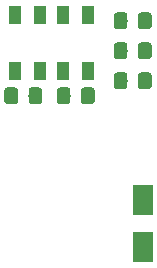
<source format=gbr>
G04 #@! TF.GenerationSoftware,KiCad,Pcbnew,(5.1.4)-1*
G04 #@! TF.CreationDate,2022-10-10T22:46:15+02:00*
G04 #@! TF.ProjectId,PiPico_BCU_Connector,50695069-636f-45f4-9243-555f436f6e6e,V00.04*
G04 #@! TF.SameCoordinates,Original*
G04 #@! TF.FileFunction,Paste,Top*
G04 #@! TF.FilePolarity,Positive*
%FSLAX46Y46*%
G04 Gerber Fmt 4.6, Leading zero omitted, Abs format (unit mm)*
G04 Created by KiCad (PCBNEW (5.1.4)-1) date 2022-10-10 22:46:15*
%MOMM*%
%LPD*%
G04 APERTURE LIST*
%ADD10C,0.100000*%
%ADD11C,1.150000*%
%ADD12R,1.050000X1.600000*%
%ADD13R,1.800000X2.500000*%
G04 APERTURE END LIST*
D10*
G36*
X143614505Y-77406204D02*
G01*
X143638773Y-77409804D01*
X143662572Y-77415765D01*
X143685671Y-77424030D01*
X143707850Y-77434520D01*
X143728893Y-77447132D01*
X143748599Y-77461747D01*
X143766777Y-77478223D01*
X143783253Y-77496401D01*
X143797868Y-77516107D01*
X143810480Y-77537150D01*
X143820970Y-77559329D01*
X143829235Y-77582428D01*
X143835196Y-77606227D01*
X143838796Y-77630495D01*
X143840000Y-77654999D01*
X143840000Y-78555001D01*
X143838796Y-78579505D01*
X143835196Y-78603773D01*
X143829235Y-78627572D01*
X143820970Y-78650671D01*
X143810480Y-78672850D01*
X143797868Y-78693893D01*
X143783253Y-78713599D01*
X143766777Y-78731777D01*
X143748599Y-78748253D01*
X143728893Y-78762868D01*
X143707850Y-78775480D01*
X143685671Y-78785970D01*
X143662572Y-78794235D01*
X143638773Y-78800196D01*
X143614505Y-78803796D01*
X143590001Y-78805000D01*
X142939999Y-78805000D01*
X142915495Y-78803796D01*
X142891227Y-78800196D01*
X142867428Y-78794235D01*
X142844329Y-78785970D01*
X142822150Y-78775480D01*
X142801107Y-78762868D01*
X142781401Y-78748253D01*
X142763223Y-78731777D01*
X142746747Y-78713599D01*
X142732132Y-78693893D01*
X142719520Y-78672850D01*
X142709030Y-78650671D01*
X142700765Y-78627572D01*
X142694804Y-78603773D01*
X142691204Y-78579505D01*
X142690000Y-78555001D01*
X142690000Y-77654999D01*
X142691204Y-77630495D01*
X142694804Y-77606227D01*
X142700765Y-77582428D01*
X142709030Y-77559329D01*
X142719520Y-77537150D01*
X142732132Y-77516107D01*
X142746747Y-77496401D01*
X142763223Y-77478223D01*
X142781401Y-77461747D01*
X142801107Y-77447132D01*
X142822150Y-77434520D01*
X142844329Y-77424030D01*
X142867428Y-77415765D01*
X142891227Y-77409804D01*
X142915495Y-77406204D01*
X142939999Y-77405000D01*
X143590001Y-77405000D01*
X143614505Y-77406204D01*
X143614505Y-77406204D01*
G37*
D11*
X143265000Y-78105000D03*
D10*
G36*
X141564505Y-77406204D02*
G01*
X141588773Y-77409804D01*
X141612572Y-77415765D01*
X141635671Y-77424030D01*
X141657850Y-77434520D01*
X141678893Y-77447132D01*
X141698599Y-77461747D01*
X141716777Y-77478223D01*
X141733253Y-77496401D01*
X141747868Y-77516107D01*
X141760480Y-77537150D01*
X141770970Y-77559329D01*
X141779235Y-77582428D01*
X141785196Y-77606227D01*
X141788796Y-77630495D01*
X141790000Y-77654999D01*
X141790000Y-78555001D01*
X141788796Y-78579505D01*
X141785196Y-78603773D01*
X141779235Y-78627572D01*
X141770970Y-78650671D01*
X141760480Y-78672850D01*
X141747868Y-78693893D01*
X141733253Y-78713599D01*
X141716777Y-78731777D01*
X141698599Y-78748253D01*
X141678893Y-78762868D01*
X141657850Y-78775480D01*
X141635671Y-78785970D01*
X141612572Y-78794235D01*
X141588773Y-78800196D01*
X141564505Y-78803796D01*
X141540001Y-78805000D01*
X140889999Y-78805000D01*
X140865495Y-78803796D01*
X140841227Y-78800196D01*
X140817428Y-78794235D01*
X140794329Y-78785970D01*
X140772150Y-78775480D01*
X140751107Y-78762868D01*
X140731401Y-78748253D01*
X140713223Y-78731777D01*
X140696747Y-78713599D01*
X140682132Y-78693893D01*
X140669520Y-78672850D01*
X140659030Y-78650671D01*
X140650765Y-78627572D01*
X140644804Y-78603773D01*
X140641204Y-78579505D01*
X140640000Y-78555001D01*
X140640000Y-77654999D01*
X140641204Y-77630495D01*
X140644804Y-77606227D01*
X140650765Y-77582428D01*
X140659030Y-77559329D01*
X140669520Y-77537150D01*
X140682132Y-77516107D01*
X140696747Y-77496401D01*
X140713223Y-77478223D01*
X140731401Y-77461747D01*
X140751107Y-77447132D01*
X140772150Y-77434520D01*
X140794329Y-77424030D01*
X140817428Y-77415765D01*
X140841227Y-77409804D01*
X140865495Y-77406204D01*
X140889999Y-77405000D01*
X141540001Y-77405000D01*
X141564505Y-77406204D01*
X141564505Y-77406204D01*
G37*
D11*
X141215000Y-78105000D03*
D10*
G36*
X148059505Y-77406204D02*
G01*
X148083773Y-77409804D01*
X148107572Y-77415765D01*
X148130671Y-77424030D01*
X148152850Y-77434520D01*
X148173893Y-77447132D01*
X148193599Y-77461747D01*
X148211777Y-77478223D01*
X148228253Y-77496401D01*
X148242868Y-77516107D01*
X148255480Y-77537150D01*
X148265970Y-77559329D01*
X148274235Y-77582428D01*
X148280196Y-77606227D01*
X148283796Y-77630495D01*
X148285000Y-77654999D01*
X148285000Y-78555001D01*
X148283796Y-78579505D01*
X148280196Y-78603773D01*
X148274235Y-78627572D01*
X148265970Y-78650671D01*
X148255480Y-78672850D01*
X148242868Y-78693893D01*
X148228253Y-78713599D01*
X148211777Y-78731777D01*
X148193599Y-78748253D01*
X148173893Y-78762868D01*
X148152850Y-78775480D01*
X148130671Y-78785970D01*
X148107572Y-78794235D01*
X148083773Y-78800196D01*
X148059505Y-78803796D01*
X148035001Y-78805000D01*
X147384999Y-78805000D01*
X147360495Y-78803796D01*
X147336227Y-78800196D01*
X147312428Y-78794235D01*
X147289329Y-78785970D01*
X147267150Y-78775480D01*
X147246107Y-78762868D01*
X147226401Y-78748253D01*
X147208223Y-78731777D01*
X147191747Y-78713599D01*
X147177132Y-78693893D01*
X147164520Y-78672850D01*
X147154030Y-78650671D01*
X147145765Y-78627572D01*
X147139804Y-78603773D01*
X147136204Y-78579505D01*
X147135000Y-78555001D01*
X147135000Y-77654999D01*
X147136204Y-77630495D01*
X147139804Y-77606227D01*
X147145765Y-77582428D01*
X147154030Y-77559329D01*
X147164520Y-77537150D01*
X147177132Y-77516107D01*
X147191747Y-77496401D01*
X147208223Y-77478223D01*
X147226401Y-77461747D01*
X147246107Y-77447132D01*
X147267150Y-77434520D01*
X147289329Y-77424030D01*
X147312428Y-77415765D01*
X147336227Y-77409804D01*
X147360495Y-77406204D01*
X147384999Y-77405000D01*
X148035001Y-77405000D01*
X148059505Y-77406204D01*
X148059505Y-77406204D01*
G37*
D11*
X147710000Y-78105000D03*
D10*
G36*
X146009505Y-77406204D02*
G01*
X146033773Y-77409804D01*
X146057572Y-77415765D01*
X146080671Y-77424030D01*
X146102850Y-77434520D01*
X146123893Y-77447132D01*
X146143599Y-77461747D01*
X146161777Y-77478223D01*
X146178253Y-77496401D01*
X146192868Y-77516107D01*
X146205480Y-77537150D01*
X146215970Y-77559329D01*
X146224235Y-77582428D01*
X146230196Y-77606227D01*
X146233796Y-77630495D01*
X146235000Y-77654999D01*
X146235000Y-78555001D01*
X146233796Y-78579505D01*
X146230196Y-78603773D01*
X146224235Y-78627572D01*
X146215970Y-78650671D01*
X146205480Y-78672850D01*
X146192868Y-78693893D01*
X146178253Y-78713599D01*
X146161777Y-78731777D01*
X146143599Y-78748253D01*
X146123893Y-78762868D01*
X146102850Y-78775480D01*
X146080671Y-78785970D01*
X146057572Y-78794235D01*
X146033773Y-78800196D01*
X146009505Y-78803796D01*
X145985001Y-78805000D01*
X145334999Y-78805000D01*
X145310495Y-78803796D01*
X145286227Y-78800196D01*
X145262428Y-78794235D01*
X145239329Y-78785970D01*
X145217150Y-78775480D01*
X145196107Y-78762868D01*
X145176401Y-78748253D01*
X145158223Y-78731777D01*
X145141747Y-78713599D01*
X145127132Y-78693893D01*
X145114520Y-78672850D01*
X145104030Y-78650671D01*
X145095765Y-78627572D01*
X145089804Y-78603773D01*
X145086204Y-78579505D01*
X145085000Y-78555001D01*
X145085000Y-77654999D01*
X145086204Y-77630495D01*
X145089804Y-77606227D01*
X145095765Y-77582428D01*
X145104030Y-77559329D01*
X145114520Y-77537150D01*
X145127132Y-77516107D01*
X145141747Y-77496401D01*
X145158223Y-77478223D01*
X145176401Y-77461747D01*
X145196107Y-77447132D01*
X145217150Y-77434520D01*
X145239329Y-77424030D01*
X145262428Y-77415765D01*
X145286227Y-77409804D01*
X145310495Y-77406204D01*
X145334999Y-77405000D01*
X145985001Y-77405000D01*
X146009505Y-77406204D01*
X146009505Y-77406204D01*
G37*
D11*
X145660000Y-78105000D03*
D12*
X147760000Y-76010000D03*
X145610000Y-76010000D03*
X147760000Y-71310000D03*
X145610000Y-71310000D03*
D10*
G36*
X152885505Y-71056204D02*
G01*
X152909773Y-71059804D01*
X152933572Y-71065765D01*
X152956671Y-71074030D01*
X152978850Y-71084520D01*
X152999893Y-71097132D01*
X153019599Y-71111747D01*
X153037777Y-71128223D01*
X153054253Y-71146401D01*
X153068868Y-71166107D01*
X153081480Y-71187150D01*
X153091970Y-71209329D01*
X153100235Y-71232428D01*
X153106196Y-71256227D01*
X153109796Y-71280495D01*
X153111000Y-71304999D01*
X153111000Y-72205001D01*
X153109796Y-72229505D01*
X153106196Y-72253773D01*
X153100235Y-72277572D01*
X153091970Y-72300671D01*
X153081480Y-72322850D01*
X153068868Y-72343893D01*
X153054253Y-72363599D01*
X153037777Y-72381777D01*
X153019599Y-72398253D01*
X152999893Y-72412868D01*
X152978850Y-72425480D01*
X152956671Y-72435970D01*
X152933572Y-72444235D01*
X152909773Y-72450196D01*
X152885505Y-72453796D01*
X152861001Y-72455000D01*
X152210999Y-72455000D01*
X152186495Y-72453796D01*
X152162227Y-72450196D01*
X152138428Y-72444235D01*
X152115329Y-72435970D01*
X152093150Y-72425480D01*
X152072107Y-72412868D01*
X152052401Y-72398253D01*
X152034223Y-72381777D01*
X152017747Y-72363599D01*
X152003132Y-72343893D01*
X151990520Y-72322850D01*
X151980030Y-72300671D01*
X151971765Y-72277572D01*
X151965804Y-72253773D01*
X151962204Y-72229505D01*
X151961000Y-72205001D01*
X151961000Y-71304999D01*
X151962204Y-71280495D01*
X151965804Y-71256227D01*
X151971765Y-71232428D01*
X151980030Y-71209329D01*
X151990520Y-71187150D01*
X152003132Y-71166107D01*
X152017747Y-71146401D01*
X152034223Y-71128223D01*
X152052401Y-71111747D01*
X152072107Y-71097132D01*
X152093150Y-71084520D01*
X152115329Y-71074030D01*
X152138428Y-71065765D01*
X152162227Y-71059804D01*
X152186495Y-71056204D01*
X152210999Y-71055000D01*
X152861001Y-71055000D01*
X152885505Y-71056204D01*
X152885505Y-71056204D01*
G37*
D11*
X152536000Y-71755000D03*
D10*
G36*
X150835505Y-71056204D02*
G01*
X150859773Y-71059804D01*
X150883572Y-71065765D01*
X150906671Y-71074030D01*
X150928850Y-71084520D01*
X150949893Y-71097132D01*
X150969599Y-71111747D01*
X150987777Y-71128223D01*
X151004253Y-71146401D01*
X151018868Y-71166107D01*
X151031480Y-71187150D01*
X151041970Y-71209329D01*
X151050235Y-71232428D01*
X151056196Y-71256227D01*
X151059796Y-71280495D01*
X151061000Y-71304999D01*
X151061000Y-72205001D01*
X151059796Y-72229505D01*
X151056196Y-72253773D01*
X151050235Y-72277572D01*
X151041970Y-72300671D01*
X151031480Y-72322850D01*
X151018868Y-72343893D01*
X151004253Y-72363599D01*
X150987777Y-72381777D01*
X150969599Y-72398253D01*
X150949893Y-72412868D01*
X150928850Y-72425480D01*
X150906671Y-72435970D01*
X150883572Y-72444235D01*
X150859773Y-72450196D01*
X150835505Y-72453796D01*
X150811001Y-72455000D01*
X150160999Y-72455000D01*
X150136495Y-72453796D01*
X150112227Y-72450196D01*
X150088428Y-72444235D01*
X150065329Y-72435970D01*
X150043150Y-72425480D01*
X150022107Y-72412868D01*
X150002401Y-72398253D01*
X149984223Y-72381777D01*
X149967747Y-72363599D01*
X149953132Y-72343893D01*
X149940520Y-72322850D01*
X149930030Y-72300671D01*
X149921765Y-72277572D01*
X149915804Y-72253773D01*
X149912204Y-72229505D01*
X149911000Y-72205001D01*
X149911000Y-71304999D01*
X149912204Y-71280495D01*
X149915804Y-71256227D01*
X149921765Y-71232428D01*
X149930030Y-71209329D01*
X149940520Y-71187150D01*
X149953132Y-71166107D01*
X149967747Y-71146401D01*
X149984223Y-71128223D01*
X150002401Y-71111747D01*
X150022107Y-71097132D01*
X150043150Y-71084520D01*
X150065329Y-71074030D01*
X150088428Y-71065765D01*
X150112227Y-71059804D01*
X150136495Y-71056204D01*
X150160999Y-71055000D01*
X150811001Y-71055000D01*
X150835505Y-71056204D01*
X150835505Y-71056204D01*
G37*
D11*
X150486000Y-71755000D03*
D10*
G36*
X152885505Y-76136204D02*
G01*
X152909773Y-76139804D01*
X152933572Y-76145765D01*
X152956671Y-76154030D01*
X152978850Y-76164520D01*
X152999893Y-76177132D01*
X153019599Y-76191747D01*
X153037777Y-76208223D01*
X153054253Y-76226401D01*
X153068868Y-76246107D01*
X153081480Y-76267150D01*
X153091970Y-76289329D01*
X153100235Y-76312428D01*
X153106196Y-76336227D01*
X153109796Y-76360495D01*
X153111000Y-76384999D01*
X153111000Y-77285001D01*
X153109796Y-77309505D01*
X153106196Y-77333773D01*
X153100235Y-77357572D01*
X153091970Y-77380671D01*
X153081480Y-77402850D01*
X153068868Y-77423893D01*
X153054253Y-77443599D01*
X153037777Y-77461777D01*
X153019599Y-77478253D01*
X152999893Y-77492868D01*
X152978850Y-77505480D01*
X152956671Y-77515970D01*
X152933572Y-77524235D01*
X152909773Y-77530196D01*
X152885505Y-77533796D01*
X152861001Y-77535000D01*
X152210999Y-77535000D01*
X152186495Y-77533796D01*
X152162227Y-77530196D01*
X152138428Y-77524235D01*
X152115329Y-77515970D01*
X152093150Y-77505480D01*
X152072107Y-77492868D01*
X152052401Y-77478253D01*
X152034223Y-77461777D01*
X152017747Y-77443599D01*
X152003132Y-77423893D01*
X151990520Y-77402850D01*
X151980030Y-77380671D01*
X151971765Y-77357572D01*
X151965804Y-77333773D01*
X151962204Y-77309505D01*
X151961000Y-77285001D01*
X151961000Y-76384999D01*
X151962204Y-76360495D01*
X151965804Y-76336227D01*
X151971765Y-76312428D01*
X151980030Y-76289329D01*
X151990520Y-76267150D01*
X152003132Y-76246107D01*
X152017747Y-76226401D01*
X152034223Y-76208223D01*
X152052401Y-76191747D01*
X152072107Y-76177132D01*
X152093150Y-76164520D01*
X152115329Y-76154030D01*
X152138428Y-76145765D01*
X152162227Y-76139804D01*
X152186495Y-76136204D01*
X152210999Y-76135000D01*
X152861001Y-76135000D01*
X152885505Y-76136204D01*
X152885505Y-76136204D01*
G37*
D11*
X152536000Y-76835000D03*
D10*
G36*
X150835505Y-76136204D02*
G01*
X150859773Y-76139804D01*
X150883572Y-76145765D01*
X150906671Y-76154030D01*
X150928850Y-76164520D01*
X150949893Y-76177132D01*
X150969599Y-76191747D01*
X150987777Y-76208223D01*
X151004253Y-76226401D01*
X151018868Y-76246107D01*
X151031480Y-76267150D01*
X151041970Y-76289329D01*
X151050235Y-76312428D01*
X151056196Y-76336227D01*
X151059796Y-76360495D01*
X151061000Y-76384999D01*
X151061000Y-77285001D01*
X151059796Y-77309505D01*
X151056196Y-77333773D01*
X151050235Y-77357572D01*
X151041970Y-77380671D01*
X151031480Y-77402850D01*
X151018868Y-77423893D01*
X151004253Y-77443599D01*
X150987777Y-77461777D01*
X150969599Y-77478253D01*
X150949893Y-77492868D01*
X150928850Y-77505480D01*
X150906671Y-77515970D01*
X150883572Y-77524235D01*
X150859773Y-77530196D01*
X150835505Y-77533796D01*
X150811001Y-77535000D01*
X150160999Y-77535000D01*
X150136495Y-77533796D01*
X150112227Y-77530196D01*
X150088428Y-77524235D01*
X150065329Y-77515970D01*
X150043150Y-77505480D01*
X150022107Y-77492868D01*
X150002401Y-77478253D01*
X149984223Y-77461777D01*
X149967747Y-77443599D01*
X149953132Y-77423893D01*
X149940520Y-77402850D01*
X149930030Y-77380671D01*
X149921765Y-77357572D01*
X149915804Y-77333773D01*
X149912204Y-77309505D01*
X149911000Y-77285001D01*
X149911000Y-76384999D01*
X149912204Y-76360495D01*
X149915804Y-76336227D01*
X149921765Y-76312428D01*
X149930030Y-76289329D01*
X149940520Y-76267150D01*
X149953132Y-76246107D01*
X149967747Y-76226401D01*
X149984223Y-76208223D01*
X150002401Y-76191747D01*
X150022107Y-76177132D01*
X150043150Y-76164520D01*
X150065329Y-76154030D01*
X150088428Y-76145765D01*
X150112227Y-76139804D01*
X150136495Y-76136204D01*
X150160999Y-76135000D01*
X150811001Y-76135000D01*
X150835505Y-76136204D01*
X150835505Y-76136204D01*
G37*
D11*
X150486000Y-76835000D03*
D10*
G36*
X152885505Y-73596204D02*
G01*
X152909773Y-73599804D01*
X152933572Y-73605765D01*
X152956671Y-73614030D01*
X152978850Y-73624520D01*
X152999893Y-73637132D01*
X153019599Y-73651747D01*
X153037777Y-73668223D01*
X153054253Y-73686401D01*
X153068868Y-73706107D01*
X153081480Y-73727150D01*
X153091970Y-73749329D01*
X153100235Y-73772428D01*
X153106196Y-73796227D01*
X153109796Y-73820495D01*
X153111000Y-73844999D01*
X153111000Y-74745001D01*
X153109796Y-74769505D01*
X153106196Y-74793773D01*
X153100235Y-74817572D01*
X153091970Y-74840671D01*
X153081480Y-74862850D01*
X153068868Y-74883893D01*
X153054253Y-74903599D01*
X153037777Y-74921777D01*
X153019599Y-74938253D01*
X152999893Y-74952868D01*
X152978850Y-74965480D01*
X152956671Y-74975970D01*
X152933572Y-74984235D01*
X152909773Y-74990196D01*
X152885505Y-74993796D01*
X152861001Y-74995000D01*
X152210999Y-74995000D01*
X152186495Y-74993796D01*
X152162227Y-74990196D01*
X152138428Y-74984235D01*
X152115329Y-74975970D01*
X152093150Y-74965480D01*
X152072107Y-74952868D01*
X152052401Y-74938253D01*
X152034223Y-74921777D01*
X152017747Y-74903599D01*
X152003132Y-74883893D01*
X151990520Y-74862850D01*
X151980030Y-74840671D01*
X151971765Y-74817572D01*
X151965804Y-74793773D01*
X151962204Y-74769505D01*
X151961000Y-74745001D01*
X151961000Y-73844999D01*
X151962204Y-73820495D01*
X151965804Y-73796227D01*
X151971765Y-73772428D01*
X151980030Y-73749329D01*
X151990520Y-73727150D01*
X152003132Y-73706107D01*
X152017747Y-73686401D01*
X152034223Y-73668223D01*
X152052401Y-73651747D01*
X152072107Y-73637132D01*
X152093150Y-73624520D01*
X152115329Y-73614030D01*
X152138428Y-73605765D01*
X152162227Y-73599804D01*
X152186495Y-73596204D01*
X152210999Y-73595000D01*
X152861001Y-73595000D01*
X152885505Y-73596204D01*
X152885505Y-73596204D01*
G37*
D11*
X152536000Y-74295000D03*
D10*
G36*
X150835505Y-73596204D02*
G01*
X150859773Y-73599804D01*
X150883572Y-73605765D01*
X150906671Y-73614030D01*
X150928850Y-73624520D01*
X150949893Y-73637132D01*
X150969599Y-73651747D01*
X150987777Y-73668223D01*
X151004253Y-73686401D01*
X151018868Y-73706107D01*
X151031480Y-73727150D01*
X151041970Y-73749329D01*
X151050235Y-73772428D01*
X151056196Y-73796227D01*
X151059796Y-73820495D01*
X151061000Y-73844999D01*
X151061000Y-74745001D01*
X151059796Y-74769505D01*
X151056196Y-74793773D01*
X151050235Y-74817572D01*
X151041970Y-74840671D01*
X151031480Y-74862850D01*
X151018868Y-74883893D01*
X151004253Y-74903599D01*
X150987777Y-74921777D01*
X150969599Y-74938253D01*
X150949893Y-74952868D01*
X150928850Y-74965480D01*
X150906671Y-74975970D01*
X150883572Y-74984235D01*
X150859773Y-74990196D01*
X150835505Y-74993796D01*
X150811001Y-74995000D01*
X150160999Y-74995000D01*
X150136495Y-74993796D01*
X150112227Y-74990196D01*
X150088428Y-74984235D01*
X150065329Y-74975970D01*
X150043150Y-74965480D01*
X150022107Y-74952868D01*
X150002401Y-74938253D01*
X149984223Y-74921777D01*
X149967747Y-74903599D01*
X149953132Y-74883893D01*
X149940520Y-74862850D01*
X149930030Y-74840671D01*
X149921765Y-74817572D01*
X149915804Y-74793773D01*
X149912204Y-74769505D01*
X149911000Y-74745001D01*
X149911000Y-73844999D01*
X149912204Y-73820495D01*
X149915804Y-73796227D01*
X149921765Y-73772428D01*
X149930030Y-73749329D01*
X149940520Y-73727150D01*
X149953132Y-73706107D01*
X149967747Y-73686401D01*
X149984223Y-73668223D01*
X150002401Y-73651747D01*
X150022107Y-73637132D01*
X150043150Y-73624520D01*
X150065329Y-73614030D01*
X150088428Y-73605765D01*
X150112227Y-73599804D01*
X150136495Y-73596204D01*
X150160999Y-73595000D01*
X150811001Y-73595000D01*
X150835505Y-73596204D01*
X150835505Y-73596204D01*
G37*
D11*
X150486000Y-74295000D03*
D12*
X141546000Y-71310000D03*
X143696000Y-71310000D03*
X141546000Y-76010000D03*
X143696000Y-76010000D03*
D13*
X152400000Y-90900000D03*
X152400000Y-86900000D03*
M02*

</source>
